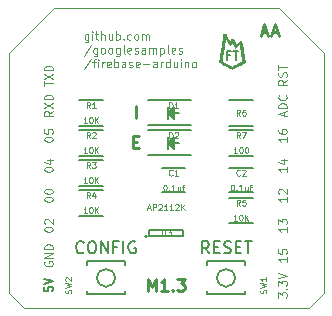
<source format=gbr>
G04 #@! TF.FileFunction,Legend,Top*
%FSLAX46Y46*%
G04 Gerber Fmt 4.6, Leading zero omitted, Abs format (unit mm)*
G04 Created by KiCad (PCBNEW (2016-07-11 BZR 6975, Git 98ad509)-product) date Sat Aug 13 17:34:52 2016*
%MOMM*%
%LPD*%
G01*
G04 APERTURE LIST*
%ADD10C,0.100000*%
%ADD11C,0.250000*%
%ADD12C,0.125000*%
%ADD13C,0.150000*%
%ADD14C,0.010000*%
G04 APERTURE END LIST*
D10*
D11*
X200501333Y-77636666D02*
X200977523Y-77636666D01*
X200406095Y-77922380D02*
X200739428Y-76922380D01*
X201072761Y-77922380D01*
X201358476Y-77636666D02*
X201834666Y-77636666D01*
X201263238Y-77922380D02*
X201596571Y-76922380D01*
X201929904Y-77922380D01*
D10*
X201930000Y-75565000D02*
X205740000Y-79375000D01*
X194310000Y-75565000D02*
X201930000Y-75565000D01*
X194310000Y-75565000D02*
X182880000Y-75565000D01*
X205740000Y-99695000D02*
X205740000Y-79375000D01*
X205740000Y-99695000D02*
X204470000Y-100965000D01*
X179070000Y-79375000D02*
X179070000Y-99695000D01*
X180340000Y-100965000D02*
X204470000Y-100965000D01*
X179070000Y-99695000D02*
X180340000Y-100965000D01*
X182880000Y-75565000D02*
X179070000Y-79375000D01*
D12*
X185840916Y-77796000D02*
X185840916Y-78362666D01*
X185807583Y-78429333D01*
X185774250Y-78462666D01*
X185707583Y-78496000D01*
X185607583Y-78496000D01*
X185540916Y-78462666D01*
X185840916Y-78229333D02*
X185774250Y-78262666D01*
X185640916Y-78262666D01*
X185574250Y-78229333D01*
X185540916Y-78196000D01*
X185507583Y-78129333D01*
X185507583Y-77929333D01*
X185540916Y-77862666D01*
X185574250Y-77829333D01*
X185640916Y-77796000D01*
X185774250Y-77796000D01*
X185840916Y-77829333D01*
X186174250Y-78262666D02*
X186174250Y-77796000D01*
X186174250Y-77562666D02*
X186140916Y-77596000D01*
X186174250Y-77629333D01*
X186207583Y-77596000D01*
X186174250Y-77562666D01*
X186174250Y-77629333D01*
X186407583Y-77796000D02*
X186674250Y-77796000D01*
X186507583Y-77562666D02*
X186507583Y-78162666D01*
X186540916Y-78229333D01*
X186607583Y-78262666D01*
X186674250Y-78262666D01*
X186907583Y-78262666D02*
X186907583Y-77562666D01*
X187207583Y-78262666D02*
X187207583Y-77896000D01*
X187174250Y-77829333D01*
X187107583Y-77796000D01*
X187007583Y-77796000D01*
X186940916Y-77829333D01*
X186907583Y-77862666D01*
X187840916Y-77796000D02*
X187840916Y-78262666D01*
X187540916Y-77796000D02*
X187540916Y-78162666D01*
X187574250Y-78229333D01*
X187640916Y-78262666D01*
X187740916Y-78262666D01*
X187807583Y-78229333D01*
X187840916Y-78196000D01*
X188174250Y-78262666D02*
X188174250Y-77562666D01*
X188174250Y-77829333D02*
X188240916Y-77796000D01*
X188374250Y-77796000D01*
X188440916Y-77829333D01*
X188474250Y-77862666D01*
X188507583Y-77929333D01*
X188507583Y-78129333D01*
X188474250Y-78196000D01*
X188440916Y-78229333D01*
X188374250Y-78262666D01*
X188240916Y-78262666D01*
X188174250Y-78229333D01*
X188807583Y-78196000D02*
X188840916Y-78229333D01*
X188807583Y-78262666D01*
X188774250Y-78229333D01*
X188807583Y-78196000D01*
X188807583Y-78262666D01*
X189440916Y-78229333D02*
X189374250Y-78262666D01*
X189240916Y-78262666D01*
X189174250Y-78229333D01*
X189140916Y-78196000D01*
X189107583Y-78129333D01*
X189107583Y-77929333D01*
X189140916Y-77862666D01*
X189174250Y-77829333D01*
X189240916Y-77796000D01*
X189374250Y-77796000D01*
X189440916Y-77829333D01*
X189840916Y-78262666D02*
X189774250Y-78229333D01*
X189740916Y-78196000D01*
X189707583Y-78129333D01*
X189707583Y-77929333D01*
X189740916Y-77862666D01*
X189774250Y-77829333D01*
X189840916Y-77796000D01*
X189940916Y-77796000D01*
X190007583Y-77829333D01*
X190040916Y-77862666D01*
X190074250Y-77929333D01*
X190074250Y-78129333D01*
X190040916Y-78196000D01*
X190007583Y-78229333D01*
X189940916Y-78262666D01*
X189840916Y-78262666D01*
X190374250Y-78262666D02*
X190374250Y-77796000D01*
X190374250Y-77862666D02*
X190407583Y-77829333D01*
X190474250Y-77796000D01*
X190574250Y-77796000D01*
X190640916Y-77829333D01*
X190674250Y-77896000D01*
X190674250Y-78262666D01*
X190674250Y-77896000D02*
X190707583Y-77829333D01*
X190774250Y-77796000D01*
X190874250Y-77796000D01*
X190940916Y-77829333D01*
X190974250Y-77896000D01*
X190974250Y-78262666D01*
X186040916Y-78704333D02*
X185440916Y-79604333D01*
X186574250Y-78971000D02*
X186574250Y-79537666D01*
X186540916Y-79604333D01*
X186507583Y-79637666D01*
X186440916Y-79671000D01*
X186340916Y-79671000D01*
X186274250Y-79637666D01*
X186574250Y-79404333D02*
X186507583Y-79437666D01*
X186374250Y-79437666D01*
X186307583Y-79404333D01*
X186274250Y-79371000D01*
X186240916Y-79304333D01*
X186240916Y-79104333D01*
X186274250Y-79037666D01*
X186307583Y-79004333D01*
X186374250Y-78971000D01*
X186507583Y-78971000D01*
X186574250Y-79004333D01*
X187007583Y-79437666D02*
X186940916Y-79404333D01*
X186907583Y-79371000D01*
X186874250Y-79304333D01*
X186874250Y-79104333D01*
X186907583Y-79037666D01*
X186940916Y-79004333D01*
X187007583Y-78971000D01*
X187107583Y-78971000D01*
X187174250Y-79004333D01*
X187207583Y-79037666D01*
X187240916Y-79104333D01*
X187240916Y-79304333D01*
X187207583Y-79371000D01*
X187174250Y-79404333D01*
X187107583Y-79437666D01*
X187007583Y-79437666D01*
X187640916Y-79437666D02*
X187574250Y-79404333D01*
X187540916Y-79371000D01*
X187507583Y-79304333D01*
X187507583Y-79104333D01*
X187540916Y-79037666D01*
X187574250Y-79004333D01*
X187640916Y-78971000D01*
X187740916Y-78971000D01*
X187807583Y-79004333D01*
X187840916Y-79037666D01*
X187874250Y-79104333D01*
X187874250Y-79304333D01*
X187840916Y-79371000D01*
X187807583Y-79404333D01*
X187740916Y-79437666D01*
X187640916Y-79437666D01*
X188474250Y-78971000D02*
X188474250Y-79537666D01*
X188440916Y-79604333D01*
X188407583Y-79637666D01*
X188340916Y-79671000D01*
X188240916Y-79671000D01*
X188174250Y-79637666D01*
X188474250Y-79404333D02*
X188407583Y-79437666D01*
X188274250Y-79437666D01*
X188207583Y-79404333D01*
X188174250Y-79371000D01*
X188140916Y-79304333D01*
X188140916Y-79104333D01*
X188174250Y-79037666D01*
X188207583Y-79004333D01*
X188274250Y-78971000D01*
X188407583Y-78971000D01*
X188474250Y-79004333D01*
X188907583Y-79437666D02*
X188840916Y-79404333D01*
X188807583Y-79337666D01*
X188807583Y-78737666D01*
X189440916Y-79404333D02*
X189374250Y-79437666D01*
X189240916Y-79437666D01*
X189174250Y-79404333D01*
X189140916Y-79337666D01*
X189140916Y-79071000D01*
X189174250Y-79004333D01*
X189240916Y-78971000D01*
X189374250Y-78971000D01*
X189440916Y-79004333D01*
X189474250Y-79071000D01*
X189474250Y-79137666D01*
X189140916Y-79204333D01*
X189740916Y-79404333D02*
X189807583Y-79437666D01*
X189940916Y-79437666D01*
X190007583Y-79404333D01*
X190040916Y-79337666D01*
X190040916Y-79304333D01*
X190007583Y-79237666D01*
X189940916Y-79204333D01*
X189840916Y-79204333D01*
X189774250Y-79171000D01*
X189740916Y-79104333D01*
X189740916Y-79071000D01*
X189774250Y-79004333D01*
X189840916Y-78971000D01*
X189940916Y-78971000D01*
X190007583Y-79004333D01*
X190640916Y-79437666D02*
X190640916Y-79071000D01*
X190607583Y-79004333D01*
X190540916Y-78971000D01*
X190407583Y-78971000D01*
X190340916Y-79004333D01*
X190640916Y-79404333D02*
X190574250Y-79437666D01*
X190407583Y-79437666D01*
X190340916Y-79404333D01*
X190307583Y-79337666D01*
X190307583Y-79271000D01*
X190340916Y-79204333D01*
X190407583Y-79171000D01*
X190574250Y-79171000D01*
X190640916Y-79137666D01*
X190974250Y-79437666D02*
X190974250Y-78971000D01*
X190974250Y-79037666D02*
X191007583Y-79004333D01*
X191074250Y-78971000D01*
X191174250Y-78971000D01*
X191240916Y-79004333D01*
X191274250Y-79071000D01*
X191274250Y-79437666D01*
X191274250Y-79071000D02*
X191307583Y-79004333D01*
X191374250Y-78971000D01*
X191474250Y-78971000D01*
X191540916Y-79004333D01*
X191574250Y-79071000D01*
X191574250Y-79437666D01*
X191907583Y-78971000D02*
X191907583Y-79671000D01*
X191907583Y-79004333D02*
X191974250Y-78971000D01*
X192107583Y-78971000D01*
X192174250Y-79004333D01*
X192207583Y-79037666D01*
X192240916Y-79104333D01*
X192240916Y-79304333D01*
X192207583Y-79371000D01*
X192174250Y-79404333D01*
X192107583Y-79437666D01*
X191974250Y-79437666D01*
X191907583Y-79404333D01*
X192640916Y-79437666D02*
X192574250Y-79404333D01*
X192540916Y-79337666D01*
X192540916Y-78737666D01*
X193174250Y-79404333D02*
X193107583Y-79437666D01*
X192974250Y-79437666D01*
X192907583Y-79404333D01*
X192874250Y-79337666D01*
X192874250Y-79071000D01*
X192907583Y-79004333D01*
X192974250Y-78971000D01*
X193107583Y-78971000D01*
X193174250Y-79004333D01*
X193207583Y-79071000D01*
X193207583Y-79137666D01*
X192874250Y-79204333D01*
X193474250Y-79404333D02*
X193540916Y-79437666D01*
X193674250Y-79437666D01*
X193740916Y-79404333D01*
X193774250Y-79337666D01*
X193774250Y-79304333D01*
X193740916Y-79237666D01*
X193674250Y-79204333D01*
X193574250Y-79204333D01*
X193507583Y-79171000D01*
X193474250Y-79104333D01*
X193474250Y-79071000D01*
X193507583Y-79004333D01*
X193574250Y-78971000D01*
X193674250Y-78971000D01*
X193740916Y-79004333D01*
X186040916Y-79879333D02*
X185440916Y-80779333D01*
X186174250Y-80146000D02*
X186440916Y-80146000D01*
X186274250Y-80612666D02*
X186274250Y-80012666D01*
X186307583Y-79946000D01*
X186374250Y-79912666D01*
X186440916Y-79912666D01*
X186674250Y-80612666D02*
X186674250Y-80146000D01*
X186674250Y-79912666D02*
X186640916Y-79946000D01*
X186674250Y-79979333D01*
X186707583Y-79946000D01*
X186674250Y-79912666D01*
X186674250Y-79979333D01*
X187007583Y-80612666D02*
X187007583Y-80146000D01*
X187007583Y-80279333D02*
X187040916Y-80212666D01*
X187074250Y-80179333D01*
X187140916Y-80146000D01*
X187207583Y-80146000D01*
X187707583Y-80579333D02*
X187640916Y-80612666D01*
X187507583Y-80612666D01*
X187440916Y-80579333D01*
X187407583Y-80512666D01*
X187407583Y-80246000D01*
X187440916Y-80179333D01*
X187507583Y-80146000D01*
X187640916Y-80146000D01*
X187707583Y-80179333D01*
X187740916Y-80246000D01*
X187740916Y-80312666D01*
X187407583Y-80379333D01*
X188040916Y-80612666D02*
X188040916Y-79912666D01*
X188040916Y-80179333D02*
X188107583Y-80146000D01*
X188240916Y-80146000D01*
X188307583Y-80179333D01*
X188340916Y-80212666D01*
X188374250Y-80279333D01*
X188374250Y-80479333D01*
X188340916Y-80546000D01*
X188307583Y-80579333D01*
X188240916Y-80612666D01*
X188107583Y-80612666D01*
X188040916Y-80579333D01*
X188974250Y-80612666D02*
X188974250Y-80246000D01*
X188940916Y-80179333D01*
X188874250Y-80146000D01*
X188740916Y-80146000D01*
X188674250Y-80179333D01*
X188974250Y-80579333D02*
X188907583Y-80612666D01*
X188740916Y-80612666D01*
X188674250Y-80579333D01*
X188640916Y-80512666D01*
X188640916Y-80446000D01*
X188674250Y-80379333D01*
X188740916Y-80346000D01*
X188907583Y-80346000D01*
X188974250Y-80312666D01*
X189274250Y-80579333D02*
X189340916Y-80612666D01*
X189474250Y-80612666D01*
X189540916Y-80579333D01*
X189574250Y-80512666D01*
X189574250Y-80479333D01*
X189540916Y-80412666D01*
X189474250Y-80379333D01*
X189374250Y-80379333D01*
X189307583Y-80346000D01*
X189274250Y-80279333D01*
X189274250Y-80246000D01*
X189307583Y-80179333D01*
X189374250Y-80146000D01*
X189474250Y-80146000D01*
X189540916Y-80179333D01*
X190140916Y-80579333D02*
X190074250Y-80612666D01*
X189940916Y-80612666D01*
X189874250Y-80579333D01*
X189840916Y-80512666D01*
X189840916Y-80246000D01*
X189874250Y-80179333D01*
X189940916Y-80146000D01*
X190074250Y-80146000D01*
X190140916Y-80179333D01*
X190174250Y-80246000D01*
X190174250Y-80312666D01*
X189840916Y-80379333D01*
X190474250Y-80346000D02*
X191007583Y-80346000D01*
X191640916Y-80612666D02*
X191640916Y-80246000D01*
X191607583Y-80179333D01*
X191540916Y-80146000D01*
X191407583Y-80146000D01*
X191340916Y-80179333D01*
X191640916Y-80579333D02*
X191574250Y-80612666D01*
X191407583Y-80612666D01*
X191340916Y-80579333D01*
X191307583Y-80512666D01*
X191307583Y-80446000D01*
X191340916Y-80379333D01*
X191407583Y-80346000D01*
X191574250Y-80346000D01*
X191640916Y-80312666D01*
X191974250Y-80612666D02*
X191974250Y-80146000D01*
X191974250Y-80279333D02*
X192007583Y-80212666D01*
X192040916Y-80179333D01*
X192107583Y-80146000D01*
X192174250Y-80146000D01*
X192707583Y-80612666D02*
X192707583Y-79912666D01*
X192707583Y-80579333D02*
X192640916Y-80612666D01*
X192507583Y-80612666D01*
X192440916Y-80579333D01*
X192407583Y-80546000D01*
X192374250Y-80479333D01*
X192374250Y-80279333D01*
X192407583Y-80212666D01*
X192440916Y-80179333D01*
X192507583Y-80146000D01*
X192640916Y-80146000D01*
X192707583Y-80179333D01*
X193340916Y-80146000D02*
X193340916Y-80612666D01*
X193040916Y-80146000D02*
X193040916Y-80512666D01*
X193074250Y-80579333D01*
X193140916Y-80612666D01*
X193240916Y-80612666D01*
X193307583Y-80579333D01*
X193340916Y-80546000D01*
X193674250Y-80612666D02*
X193674250Y-80146000D01*
X193674250Y-79912666D02*
X193640916Y-79946000D01*
X193674250Y-79979333D01*
X193707583Y-79946000D01*
X193674250Y-79912666D01*
X193674250Y-79979333D01*
X194007583Y-80146000D02*
X194007583Y-80612666D01*
X194007583Y-80212666D02*
X194040916Y-80179333D01*
X194107583Y-80146000D01*
X194207583Y-80146000D01*
X194274250Y-80179333D01*
X194307583Y-80246000D01*
X194307583Y-80612666D01*
X194740916Y-80612666D02*
X194674250Y-80579333D01*
X194640916Y-80546000D01*
X194607583Y-80479333D01*
X194607583Y-80279333D01*
X194640916Y-80212666D01*
X194674250Y-80179333D01*
X194740916Y-80146000D01*
X194840916Y-80146000D01*
X194907583Y-80179333D01*
X194940916Y-80212666D01*
X194974250Y-80279333D01*
X194974250Y-80479333D01*
X194940916Y-80546000D01*
X194907583Y-80579333D01*
X194840916Y-80612666D01*
X194740916Y-80612666D01*
D11*
X190881190Y-99512380D02*
X190881190Y-98512380D01*
X191214523Y-99226666D01*
X191547857Y-98512380D01*
X191547857Y-99512380D01*
X192547857Y-99512380D02*
X191976428Y-99512380D01*
X192262142Y-99512380D02*
X192262142Y-98512380D01*
X192166904Y-98655238D01*
X192071666Y-98750476D01*
X191976428Y-98798095D01*
X192976428Y-99417142D02*
X193024047Y-99464761D01*
X192976428Y-99512380D01*
X192928809Y-99464761D01*
X192976428Y-99417142D01*
X192976428Y-99512380D01*
X193357380Y-98512380D02*
X193976428Y-98512380D01*
X193643095Y-98893333D01*
X193785952Y-98893333D01*
X193881190Y-98940952D01*
X193928809Y-98988571D01*
X193976428Y-99083809D01*
X193976428Y-99321904D01*
X193928809Y-99417142D01*
X193881190Y-99464761D01*
X193785952Y-99512380D01*
X193500238Y-99512380D01*
X193405000Y-99464761D01*
X193357380Y-99417142D01*
D13*
X190890000Y-85505000D02*
X194490000Y-85505000D01*
X190890000Y-83405000D02*
X194490000Y-83405000D01*
X192940000Y-84155000D02*
X192940000Y-84755000D01*
X192940000Y-84755000D02*
X192640000Y-84455000D01*
X192640000Y-84455000D02*
X192840000Y-84255000D01*
X192840000Y-84255000D02*
X192840000Y-84505000D01*
X192840000Y-84505000D02*
X192790000Y-84455000D01*
X192540000Y-83955000D02*
X192540000Y-84955000D01*
X193040000Y-84455000D02*
X193540000Y-84455000D01*
X192540000Y-84455000D02*
X193040000Y-83955000D01*
X193040000Y-83955000D02*
X193040000Y-84955000D01*
X193040000Y-84955000D02*
X192540000Y-84455000D01*
X190890000Y-88045000D02*
X194490000Y-88045000D01*
X190890000Y-85945000D02*
X194490000Y-85945000D01*
X192940000Y-86695000D02*
X192940000Y-87295000D01*
X192940000Y-87295000D02*
X192640000Y-86995000D01*
X192640000Y-86995000D02*
X192840000Y-86795000D01*
X192840000Y-86795000D02*
X192840000Y-87045000D01*
X192840000Y-87045000D02*
X192790000Y-86995000D01*
X192540000Y-86495000D02*
X192540000Y-87495000D01*
X193040000Y-86995000D02*
X193540000Y-86995000D01*
X192540000Y-86995000D02*
X193040000Y-86495000D01*
X193040000Y-86495000D02*
X193040000Y-87495000D01*
X193040000Y-87495000D02*
X192540000Y-86995000D01*
X194040000Y-89145000D02*
X192040000Y-89145000D01*
X192040000Y-91195000D02*
X194040000Y-91195000D01*
X199755000Y-89145000D02*
X197755000Y-89145000D01*
X197755000Y-91195000D02*
X199755000Y-91195000D01*
X190805000Y-94915000D02*
G75*
G03X190805000Y-94915000I-100000J0D01*
G01*
X190955000Y-94365000D02*
X190955000Y-94865000D01*
X193855000Y-94365000D02*
X190955000Y-94365000D01*
X193855000Y-94865000D02*
X193855000Y-94365000D01*
X190955000Y-94865000D02*
X193855000Y-94865000D01*
X185055000Y-83380000D02*
X187055000Y-83380000D01*
X187055000Y-85530000D02*
X185055000Y-85530000D01*
X187055000Y-88070000D02*
X185055000Y-88070000D01*
X185055000Y-85920000D02*
X187055000Y-85920000D01*
X187055000Y-90610000D02*
X185055000Y-90610000D01*
X185055000Y-88460000D02*
X187055000Y-88460000D01*
X187055000Y-93150000D02*
X185055000Y-93150000D01*
X185055000Y-91000000D02*
X187055000Y-91000000D01*
X199755000Y-93785000D02*
X197755000Y-93785000D01*
X197755000Y-91635000D02*
X199755000Y-91635000D01*
X199755000Y-85530000D02*
X197755000Y-85530000D01*
X197755000Y-83380000D02*
X199755000Y-83380000D01*
X199755000Y-88070000D02*
X197755000Y-88070000D01*
X197755000Y-85920000D02*
X199755000Y-85920000D01*
D14*
G36*
X197418396Y-77771485D02*
X197434967Y-77779551D01*
X197442999Y-77811100D01*
X197475379Y-77882137D01*
X197521474Y-77970528D01*
X197592527Y-78103203D01*
X197667444Y-78247326D01*
X197706100Y-78323790D01*
X197792594Y-78497700D01*
X197830336Y-78383341D01*
X197872419Y-78290876D01*
X197924664Y-78218049D01*
X197929942Y-78212995D01*
X197975951Y-78182618D01*
X198019056Y-78185556D01*
X198065889Y-78228059D01*
X198123080Y-78316373D01*
X198197262Y-78456748D01*
X198205009Y-78472171D01*
X198323508Y-78708735D01*
X198505790Y-78528355D01*
X198609531Y-78433591D01*
X198688537Y-78377673D01*
X198734407Y-78365754D01*
X198755025Y-78401130D01*
X198782995Y-78486262D01*
X198815479Y-78608066D01*
X198849636Y-78753461D01*
X198882625Y-78909365D01*
X198911606Y-79062694D01*
X198933740Y-79200367D01*
X198946185Y-79309301D01*
X198947887Y-79349075D01*
X198954194Y-79415594D01*
X198971129Y-79525953D01*
X198995715Y-79661807D01*
X199011547Y-79741359D01*
X199045243Y-79908556D01*
X199064613Y-80025125D01*
X199068317Y-80102755D01*
X199055015Y-80153139D01*
X199023369Y-80187966D01*
X198972038Y-80218929D01*
X198955845Y-80227503D01*
X198817740Y-80301556D01*
X198636429Y-80400812D01*
X198423879Y-80518716D01*
X198406785Y-80528255D01*
X198262250Y-80607953D01*
X198160244Y-80660853D01*
X198088333Y-80692272D01*
X198034081Y-80707528D01*
X197985053Y-80711938D01*
X197977085Y-80711992D01*
X197886669Y-80695003D01*
X197786844Y-80653247D01*
X197770193Y-80643621D01*
X197666856Y-80582349D01*
X197553167Y-80517795D01*
X197531471Y-80505863D01*
X197417052Y-80442500D01*
X197297510Y-80374955D01*
X197276835Y-80363093D01*
X197165566Y-80300501D01*
X197051609Y-80238542D01*
X197030156Y-80227205D01*
X196956128Y-80180558D01*
X196913915Y-80138787D01*
X196910208Y-80128057D01*
X196914935Y-80083896D01*
X196915779Y-80077971D01*
X197115541Y-80077971D01*
X197121678Y-80099223D01*
X197158105Y-80118156D01*
X197238724Y-80162888D01*
X197352651Y-80227298D01*
X197489001Y-80305265D01*
X197531471Y-80329703D01*
X197675022Y-80410262D01*
X197802560Y-80477832D01*
X197902250Y-80526431D01*
X197962255Y-80550076D01*
X197970106Y-80551406D01*
X198017008Y-80537381D01*
X198108136Y-80497697D01*
X198232134Y-80437728D01*
X198377645Y-80362849D01*
X198447550Y-80325486D01*
X198594640Y-80245854D01*
X198720352Y-80177619D01*
X198814773Y-80126176D01*
X198867991Y-80096917D01*
X198876035Y-80092305D01*
X198874051Y-80060701D01*
X198862778Y-79979299D01*
X198844126Y-79860964D01*
X198823550Y-79738942D01*
X198790679Y-79545919D01*
X198754168Y-79326555D01*
X198720079Y-79117421D01*
X198707890Y-79041108D01*
X198683380Y-78895330D01*
X198659760Y-78770514D01*
X198640013Y-78681566D01*
X198628817Y-78645879D01*
X198604699Y-78632634D01*
X198558129Y-78655414D01*
X198481176Y-78718996D01*
X198432500Y-78764103D01*
X198259805Y-78927431D01*
X198140076Y-78705761D01*
X198079115Y-78601559D01*
X198024630Y-78523663D01*
X197986439Y-78485731D01*
X197980739Y-78484090D01*
X197942822Y-78510265D01*
X197898354Y-78575188D01*
X197888007Y-78595494D01*
X197848380Y-78666614D01*
X197816102Y-78704547D01*
X197810495Y-78706507D01*
X197786217Y-78680002D01*
X197740489Y-78608934D01*
X197680797Y-78505447D01*
X197638822Y-78427998D01*
X197554211Y-78276615D01*
X197489666Y-78182912D01*
X197441963Y-78145327D01*
X197407876Y-78162296D01*
X197384181Y-78232253D01*
X197373568Y-78299357D01*
X197360854Y-78392086D01*
X197340399Y-78531135D01*
X197314691Y-78699994D01*
X197286221Y-78882151D01*
X197276124Y-78945619D01*
X197243693Y-79148591D01*
X197209414Y-79363310D01*
X197177052Y-79566186D01*
X197150370Y-79733634D01*
X197146817Y-79755951D01*
X197127574Y-79893225D01*
X197116821Y-80005035D01*
X197115541Y-80077971D01*
X196915779Y-80077971D01*
X196928240Y-79990597D01*
X196948089Y-79861790D01*
X196972446Y-79711106D01*
X196972707Y-79709529D01*
X197001247Y-79534377D01*
X197035527Y-79320379D01*
X197071718Y-79091628D01*
X197105993Y-78872215D01*
X197114329Y-78818301D01*
X197144519Y-78622754D01*
X197174642Y-78428026D01*
X197201891Y-78252249D01*
X197223454Y-78113556D01*
X197230206Y-78070306D01*
X197248445Y-77951324D01*
X197262341Y-77856206D01*
X197269260Y-77803058D01*
X197269538Y-77799755D01*
X197298578Y-77776611D01*
X197359061Y-77767925D01*
X197418396Y-77771485D01*
X197418396Y-77771485D01*
G37*
X197418396Y-77771485D02*
X197434967Y-77779551D01*
X197442999Y-77811100D01*
X197475379Y-77882137D01*
X197521474Y-77970528D01*
X197592527Y-78103203D01*
X197667444Y-78247326D01*
X197706100Y-78323790D01*
X197792594Y-78497700D01*
X197830336Y-78383341D01*
X197872419Y-78290876D01*
X197924664Y-78218049D01*
X197929942Y-78212995D01*
X197975951Y-78182618D01*
X198019056Y-78185556D01*
X198065889Y-78228059D01*
X198123080Y-78316373D01*
X198197262Y-78456748D01*
X198205009Y-78472171D01*
X198323508Y-78708735D01*
X198505790Y-78528355D01*
X198609531Y-78433591D01*
X198688537Y-78377673D01*
X198734407Y-78365754D01*
X198755025Y-78401130D01*
X198782995Y-78486262D01*
X198815479Y-78608066D01*
X198849636Y-78753461D01*
X198882625Y-78909365D01*
X198911606Y-79062694D01*
X198933740Y-79200367D01*
X198946185Y-79309301D01*
X198947887Y-79349075D01*
X198954194Y-79415594D01*
X198971129Y-79525953D01*
X198995715Y-79661807D01*
X199011547Y-79741359D01*
X199045243Y-79908556D01*
X199064613Y-80025125D01*
X199068317Y-80102755D01*
X199055015Y-80153139D01*
X199023369Y-80187966D01*
X198972038Y-80218929D01*
X198955845Y-80227503D01*
X198817740Y-80301556D01*
X198636429Y-80400812D01*
X198423879Y-80518716D01*
X198406785Y-80528255D01*
X198262250Y-80607953D01*
X198160244Y-80660853D01*
X198088333Y-80692272D01*
X198034081Y-80707528D01*
X197985053Y-80711938D01*
X197977085Y-80711992D01*
X197886669Y-80695003D01*
X197786844Y-80653247D01*
X197770193Y-80643621D01*
X197666856Y-80582349D01*
X197553167Y-80517795D01*
X197531471Y-80505863D01*
X197417052Y-80442500D01*
X197297510Y-80374955D01*
X197276835Y-80363093D01*
X197165566Y-80300501D01*
X197051609Y-80238542D01*
X197030156Y-80227205D01*
X196956128Y-80180558D01*
X196913915Y-80138787D01*
X196910208Y-80128057D01*
X196914935Y-80083896D01*
X196915779Y-80077971D01*
X197115541Y-80077971D01*
X197121678Y-80099223D01*
X197158105Y-80118156D01*
X197238724Y-80162888D01*
X197352651Y-80227298D01*
X197489001Y-80305265D01*
X197531471Y-80329703D01*
X197675022Y-80410262D01*
X197802560Y-80477832D01*
X197902250Y-80526431D01*
X197962255Y-80550076D01*
X197970106Y-80551406D01*
X198017008Y-80537381D01*
X198108136Y-80497697D01*
X198232134Y-80437728D01*
X198377645Y-80362849D01*
X198447550Y-80325486D01*
X198594640Y-80245854D01*
X198720352Y-80177619D01*
X198814773Y-80126176D01*
X198867991Y-80096917D01*
X198876035Y-80092305D01*
X198874051Y-80060701D01*
X198862778Y-79979299D01*
X198844126Y-79860964D01*
X198823550Y-79738942D01*
X198790679Y-79545919D01*
X198754168Y-79326555D01*
X198720079Y-79117421D01*
X198707890Y-79041108D01*
X198683380Y-78895330D01*
X198659760Y-78770514D01*
X198640013Y-78681566D01*
X198628817Y-78645879D01*
X198604699Y-78632634D01*
X198558129Y-78655414D01*
X198481176Y-78718996D01*
X198432500Y-78764103D01*
X198259805Y-78927431D01*
X198140076Y-78705761D01*
X198079115Y-78601559D01*
X198024630Y-78523663D01*
X197986439Y-78485731D01*
X197980739Y-78484090D01*
X197942822Y-78510265D01*
X197898354Y-78575188D01*
X197888007Y-78595494D01*
X197848380Y-78666614D01*
X197816102Y-78704547D01*
X197810495Y-78706507D01*
X197786217Y-78680002D01*
X197740489Y-78608934D01*
X197680797Y-78505447D01*
X197638822Y-78427998D01*
X197554211Y-78276615D01*
X197489666Y-78182912D01*
X197441963Y-78145327D01*
X197407876Y-78162296D01*
X197384181Y-78232253D01*
X197373568Y-78299357D01*
X197360854Y-78392086D01*
X197340399Y-78531135D01*
X197314691Y-78699994D01*
X197286221Y-78882151D01*
X197276124Y-78945619D01*
X197243693Y-79148591D01*
X197209414Y-79363310D01*
X197177052Y-79566186D01*
X197150370Y-79733634D01*
X197146817Y-79755951D01*
X197127574Y-79893225D01*
X197116821Y-80005035D01*
X197115541Y-80077971D01*
X196915779Y-80077971D01*
X196928240Y-79990597D01*
X196948089Y-79861790D01*
X196972446Y-79711106D01*
X196972707Y-79709529D01*
X197001247Y-79534377D01*
X197035527Y-79320379D01*
X197071718Y-79091628D01*
X197105993Y-78872215D01*
X197114329Y-78818301D01*
X197144519Y-78622754D01*
X197174642Y-78428026D01*
X197201891Y-78252249D01*
X197223454Y-78113556D01*
X197230206Y-78070306D01*
X197248445Y-77951324D01*
X197262341Y-77856206D01*
X197269260Y-77803058D01*
X197269538Y-77799755D01*
X197298578Y-77776611D01*
X197359061Y-77767925D01*
X197418396Y-77771485D01*
D13*
X198235000Y-98425000D02*
G75*
G03X198235000Y-98425000I-750000J0D01*
G01*
X199135000Y-97325000D02*
X199135000Y-97025000D01*
X199135000Y-97025000D02*
X195835000Y-97025000D01*
X195835000Y-97025000D02*
X195835000Y-97325000D01*
X199135000Y-99525000D02*
X199135000Y-99825000D01*
X199135000Y-99825000D02*
X195835000Y-99825000D01*
X195835000Y-99825000D02*
X195835000Y-99525000D01*
X188075000Y-98425000D02*
G75*
G03X188075000Y-98425000I-750000J0D01*
G01*
X185675000Y-99525000D02*
X185675000Y-99825000D01*
X185675000Y-99825000D02*
X188975000Y-99825000D01*
X188975000Y-99825000D02*
X188975000Y-99525000D01*
X185675000Y-97325000D02*
X185675000Y-97025000D01*
X185675000Y-97025000D02*
X188975000Y-97025000D01*
X188975000Y-97025000D02*
X188975000Y-97325000D01*
X182115666Y-99193333D02*
X182115666Y-99526666D01*
X182449000Y-99560000D01*
X182415666Y-99526666D01*
X182382333Y-99460000D01*
X182382333Y-99293333D01*
X182415666Y-99226666D01*
X182449000Y-99193333D01*
X182515666Y-99160000D01*
X182682333Y-99160000D01*
X182749000Y-99193333D01*
X182782333Y-99226666D01*
X182815666Y-99293333D01*
X182815666Y-99460000D01*
X182782333Y-99526666D01*
X182749000Y-99560000D01*
X182115666Y-98960000D02*
X182815666Y-98726666D01*
X182115666Y-98493333D01*
D12*
X202627666Y-89033333D02*
X202627666Y-89433333D01*
X202627666Y-89233333D02*
X201927666Y-89233333D01*
X202027666Y-89300000D01*
X202094333Y-89366666D01*
X202127666Y-89433333D01*
X202161000Y-88433333D02*
X202627666Y-88433333D01*
X201894333Y-88600000D02*
X202394333Y-88766666D01*
X202394333Y-88333333D01*
X202627666Y-91573333D02*
X202627666Y-91973333D01*
X202627666Y-91773333D02*
X201927666Y-91773333D01*
X202027666Y-91840000D01*
X202094333Y-91906666D01*
X202127666Y-91973333D01*
X201994333Y-91306666D02*
X201961000Y-91273333D01*
X201927666Y-91206666D01*
X201927666Y-91040000D01*
X201961000Y-90973333D01*
X201994333Y-90940000D01*
X202061000Y-90906666D01*
X202127666Y-90906666D01*
X202227666Y-90940000D01*
X202627666Y-91340000D01*
X202627666Y-90906666D01*
X202627666Y-94113333D02*
X202627666Y-94513333D01*
X202627666Y-94313333D02*
X201927666Y-94313333D01*
X202027666Y-94380000D01*
X202094333Y-94446666D01*
X202127666Y-94513333D01*
X201927666Y-93880000D02*
X201927666Y-93446666D01*
X202194333Y-93680000D01*
X202194333Y-93580000D01*
X202227666Y-93513333D01*
X202261000Y-93480000D01*
X202327666Y-93446666D01*
X202494333Y-93446666D01*
X202561000Y-93480000D01*
X202594333Y-93513333D01*
X202627666Y-93580000D01*
X202627666Y-93780000D01*
X202594333Y-93846666D01*
X202561000Y-93880000D01*
X202627666Y-96653333D02*
X202627666Y-97053333D01*
X202627666Y-96853333D02*
X201927666Y-96853333D01*
X202027666Y-96920000D01*
X202094333Y-96986666D01*
X202127666Y-97053333D01*
X201927666Y-96020000D02*
X201927666Y-96353333D01*
X202261000Y-96386666D01*
X202227666Y-96353333D01*
X202194333Y-96286666D01*
X202194333Y-96120000D01*
X202227666Y-96053333D01*
X202261000Y-96020000D01*
X202327666Y-95986666D01*
X202494333Y-95986666D01*
X202561000Y-96020000D01*
X202594333Y-96053333D01*
X202627666Y-96120000D01*
X202627666Y-96286666D01*
X202594333Y-96353333D01*
X202561000Y-96386666D01*
X182115666Y-86726666D02*
X182115666Y-86660000D01*
X182149000Y-86593333D01*
X182182333Y-86560000D01*
X182249000Y-86526666D01*
X182382333Y-86493333D01*
X182549000Y-86493333D01*
X182682333Y-86526666D01*
X182749000Y-86560000D01*
X182782333Y-86593333D01*
X182815666Y-86660000D01*
X182815666Y-86726666D01*
X182782333Y-86793333D01*
X182749000Y-86826666D01*
X182682333Y-86860000D01*
X182549000Y-86893333D01*
X182382333Y-86893333D01*
X182249000Y-86860000D01*
X182182333Y-86826666D01*
X182149000Y-86793333D01*
X182115666Y-86726666D01*
X182115666Y-85860000D02*
X182115666Y-86193333D01*
X182449000Y-86226666D01*
X182415666Y-86193333D01*
X182382333Y-86126666D01*
X182382333Y-85960000D01*
X182415666Y-85893333D01*
X182449000Y-85860000D01*
X182515666Y-85826666D01*
X182682333Y-85826666D01*
X182749000Y-85860000D01*
X182782333Y-85893333D01*
X182815666Y-85960000D01*
X182815666Y-86126666D01*
X182782333Y-86193333D01*
X182749000Y-86226666D01*
X182115666Y-89266666D02*
X182115666Y-89200000D01*
X182149000Y-89133333D01*
X182182333Y-89100000D01*
X182249000Y-89066666D01*
X182382333Y-89033333D01*
X182549000Y-89033333D01*
X182682333Y-89066666D01*
X182749000Y-89100000D01*
X182782333Y-89133333D01*
X182815666Y-89200000D01*
X182815666Y-89266666D01*
X182782333Y-89333333D01*
X182749000Y-89366666D01*
X182682333Y-89400000D01*
X182549000Y-89433333D01*
X182382333Y-89433333D01*
X182249000Y-89400000D01*
X182182333Y-89366666D01*
X182149000Y-89333333D01*
X182115666Y-89266666D01*
X182349000Y-88433333D02*
X182815666Y-88433333D01*
X182082333Y-88600000D02*
X182582333Y-88766666D01*
X182582333Y-88333333D01*
X182115666Y-91806666D02*
X182115666Y-91740000D01*
X182149000Y-91673333D01*
X182182333Y-91640000D01*
X182249000Y-91606666D01*
X182382333Y-91573333D01*
X182549000Y-91573333D01*
X182682333Y-91606666D01*
X182749000Y-91640000D01*
X182782333Y-91673333D01*
X182815666Y-91740000D01*
X182815666Y-91806666D01*
X182782333Y-91873333D01*
X182749000Y-91906666D01*
X182682333Y-91940000D01*
X182549000Y-91973333D01*
X182382333Y-91973333D01*
X182249000Y-91940000D01*
X182182333Y-91906666D01*
X182149000Y-91873333D01*
X182115666Y-91806666D01*
X182115666Y-91140000D02*
X182115666Y-91073333D01*
X182149000Y-91006666D01*
X182182333Y-90973333D01*
X182249000Y-90940000D01*
X182382333Y-90906666D01*
X182549000Y-90906666D01*
X182682333Y-90940000D01*
X182749000Y-90973333D01*
X182782333Y-91006666D01*
X182815666Y-91073333D01*
X182815666Y-91140000D01*
X182782333Y-91206666D01*
X182749000Y-91240000D01*
X182682333Y-91273333D01*
X182549000Y-91306666D01*
X182382333Y-91306666D01*
X182249000Y-91273333D01*
X182182333Y-91240000D01*
X182149000Y-91206666D01*
X182115666Y-91140000D01*
X201927666Y-100093333D02*
X201927666Y-99660000D01*
X202194333Y-99893333D01*
X202194333Y-99793333D01*
X202227666Y-99726666D01*
X202261000Y-99693333D01*
X202327666Y-99660000D01*
X202494333Y-99660000D01*
X202561000Y-99693333D01*
X202594333Y-99726666D01*
X202627666Y-99793333D01*
X202627666Y-99993333D01*
X202594333Y-100060000D01*
X202561000Y-100093333D01*
X202561000Y-99360000D02*
X202594333Y-99326666D01*
X202627666Y-99360000D01*
X202594333Y-99393333D01*
X202561000Y-99360000D01*
X202627666Y-99360000D01*
X201927666Y-99093333D02*
X201927666Y-98660000D01*
X202194333Y-98893333D01*
X202194333Y-98793333D01*
X202227666Y-98726666D01*
X202261000Y-98693333D01*
X202327666Y-98660000D01*
X202494333Y-98660000D01*
X202561000Y-98693333D01*
X202594333Y-98726666D01*
X202627666Y-98793333D01*
X202627666Y-98993333D01*
X202594333Y-99060000D01*
X202561000Y-99093333D01*
X201927666Y-98460000D02*
X202627666Y-98226666D01*
X201927666Y-97993333D01*
X202627666Y-86493333D02*
X202627666Y-86893333D01*
X202627666Y-86693333D02*
X201927666Y-86693333D01*
X202027666Y-86760000D01*
X202094333Y-86826666D01*
X202127666Y-86893333D01*
X201927666Y-85893333D02*
X201927666Y-86026666D01*
X201961000Y-86093333D01*
X201994333Y-86126666D01*
X202094333Y-86193333D01*
X202227666Y-86226666D01*
X202494333Y-86226666D01*
X202561000Y-86193333D01*
X202594333Y-86160000D01*
X202627666Y-86093333D01*
X202627666Y-85960000D01*
X202594333Y-85893333D01*
X202561000Y-85860000D01*
X202494333Y-85826666D01*
X202327666Y-85826666D01*
X202261000Y-85860000D01*
X202227666Y-85893333D01*
X202194333Y-85960000D01*
X202194333Y-86093333D01*
X202227666Y-86160000D01*
X202261000Y-86193333D01*
X202327666Y-86226666D01*
X202427666Y-84686666D02*
X202427666Y-84353333D01*
X202627666Y-84753333D02*
X201927666Y-84520000D01*
X202627666Y-84286666D01*
X202627666Y-84053333D02*
X201927666Y-84053333D01*
X201927666Y-83886666D01*
X201961000Y-83786666D01*
X202027666Y-83720000D01*
X202094333Y-83686666D01*
X202227666Y-83653333D01*
X202327666Y-83653333D01*
X202461000Y-83686666D01*
X202527666Y-83720000D01*
X202594333Y-83786666D01*
X202627666Y-83886666D01*
X202627666Y-84053333D01*
X202561000Y-82953333D02*
X202594333Y-82986666D01*
X202627666Y-83086666D01*
X202627666Y-83153333D01*
X202594333Y-83253333D01*
X202527666Y-83320000D01*
X202461000Y-83353333D01*
X202327666Y-83386666D01*
X202227666Y-83386666D01*
X202094333Y-83353333D01*
X202027666Y-83320000D01*
X201961000Y-83253333D01*
X201927666Y-83153333D01*
X201927666Y-83086666D01*
X201961000Y-82986666D01*
X201994333Y-82953333D01*
X202627666Y-81663333D02*
X202294333Y-81896666D01*
X202627666Y-82063333D02*
X201927666Y-82063333D01*
X201927666Y-81796666D01*
X201961000Y-81730000D01*
X201994333Y-81696666D01*
X202061000Y-81663333D01*
X202161000Y-81663333D01*
X202227666Y-81696666D01*
X202261000Y-81730000D01*
X202294333Y-81796666D01*
X202294333Y-82063333D01*
X202594333Y-81396666D02*
X202627666Y-81296666D01*
X202627666Y-81130000D01*
X202594333Y-81063333D01*
X202561000Y-81030000D01*
X202494333Y-80996666D01*
X202427666Y-80996666D01*
X202361000Y-81030000D01*
X202327666Y-81063333D01*
X202294333Y-81130000D01*
X202261000Y-81263333D01*
X202227666Y-81330000D01*
X202194333Y-81363333D01*
X202127666Y-81396666D01*
X202061000Y-81396666D01*
X201994333Y-81363333D01*
X201961000Y-81330000D01*
X201927666Y-81263333D01*
X201927666Y-81096666D01*
X201961000Y-80996666D01*
X201927666Y-80796666D02*
X201927666Y-80396666D01*
X202627666Y-80596666D02*
X201927666Y-80596666D01*
X182149000Y-97053333D02*
X182115666Y-97120000D01*
X182115666Y-97220000D01*
X182149000Y-97320000D01*
X182215666Y-97386666D01*
X182282333Y-97420000D01*
X182415666Y-97453333D01*
X182515666Y-97453333D01*
X182649000Y-97420000D01*
X182715666Y-97386666D01*
X182782333Y-97320000D01*
X182815666Y-97220000D01*
X182815666Y-97153333D01*
X182782333Y-97053333D01*
X182749000Y-97020000D01*
X182515666Y-97020000D01*
X182515666Y-97153333D01*
X182815666Y-96720000D02*
X182115666Y-96720000D01*
X182815666Y-96320000D01*
X182115666Y-96320000D01*
X182815666Y-95986666D02*
X182115666Y-95986666D01*
X182115666Y-95820000D01*
X182149000Y-95720000D01*
X182215666Y-95653333D01*
X182282333Y-95620000D01*
X182415666Y-95586666D01*
X182515666Y-95586666D01*
X182649000Y-95620000D01*
X182715666Y-95653333D01*
X182782333Y-95720000D01*
X182815666Y-95820000D01*
X182815666Y-95986666D01*
X182115666Y-94346666D02*
X182115666Y-94280000D01*
X182149000Y-94213333D01*
X182182333Y-94180000D01*
X182249000Y-94146666D01*
X182382333Y-94113333D01*
X182549000Y-94113333D01*
X182682333Y-94146666D01*
X182749000Y-94180000D01*
X182782333Y-94213333D01*
X182815666Y-94280000D01*
X182815666Y-94346666D01*
X182782333Y-94413333D01*
X182749000Y-94446666D01*
X182682333Y-94480000D01*
X182549000Y-94513333D01*
X182382333Y-94513333D01*
X182249000Y-94480000D01*
X182182333Y-94446666D01*
X182149000Y-94413333D01*
X182115666Y-94346666D01*
X182182333Y-93846666D02*
X182149000Y-93813333D01*
X182115666Y-93746666D01*
X182115666Y-93580000D01*
X182149000Y-93513333D01*
X182182333Y-93480000D01*
X182249000Y-93446666D01*
X182315666Y-93446666D01*
X182415666Y-93480000D01*
X182815666Y-93880000D01*
X182815666Y-93446666D01*
X182815666Y-84286666D02*
X182482333Y-84520000D01*
X182815666Y-84686666D02*
X182115666Y-84686666D01*
X182115666Y-84420000D01*
X182149000Y-84353333D01*
X182182333Y-84320000D01*
X182249000Y-84286666D01*
X182349000Y-84286666D01*
X182415666Y-84320000D01*
X182449000Y-84353333D01*
X182482333Y-84420000D01*
X182482333Y-84686666D01*
X182115666Y-84053333D02*
X182815666Y-83586666D01*
X182115666Y-83586666D02*
X182815666Y-84053333D01*
X182815666Y-83320000D02*
X182115666Y-83320000D01*
X182115666Y-83153333D01*
X182149000Y-83053333D01*
X182215666Y-82986666D01*
X182282333Y-82953333D01*
X182415666Y-82920000D01*
X182515666Y-82920000D01*
X182649000Y-82953333D01*
X182715666Y-82986666D01*
X182782333Y-83053333D01*
X182815666Y-83153333D01*
X182815666Y-83320000D01*
X182115666Y-82163333D02*
X182115666Y-81763333D01*
X182815666Y-81963333D02*
X182115666Y-81963333D01*
X182115666Y-81596666D02*
X182815666Y-81130000D01*
X182115666Y-81130000D02*
X182815666Y-81596666D01*
X182815666Y-80863333D02*
X182115666Y-80863333D01*
X182115666Y-80696666D01*
X182149000Y-80596666D01*
X182215666Y-80530000D01*
X182282333Y-80496666D01*
X182415666Y-80463333D01*
X182515666Y-80463333D01*
X182649000Y-80496666D01*
X182715666Y-80530000D01*
X182782333Y-80596666D01*
X182815666Y-80696666D01*
X182815666Y-80863333D01*
X192670952Y-84046190D02*
X192670952Y-83546190D01*
X192790000Y-83546190D01*
X192861428Y-83570000D01*
X192909047Y-83617619D01*
X192932857Y-83665238D01*
X192956666Y-83760476D01*
X192956666Y-83831904D01*
X192932857Y-83927142D01*
X192909047Y-83974761D01*
X192861428Y-84022380D01*
X192790000Y-84046190D01*
X192670952Y-84046190D01*
X193432857Y-84046190D02*
X193147142Y-84046190D01*
X193290000Y-84046190D02*
X193290000Y-83546190D01*
X193242380Y-83617619D01*
X193194761Y-83665238D01*
X193147142Y-83689047D01*
D11*
X189865000Y-84907380D02*
X189865000Y-83907380D01*
D12*
X192670952Y-86586190D02*
X192670952Y-86086190D01*
X192790000Y-86086190D01*
X192861428Y-86110000D01*
X192909047Y-86157619D01*
X192932857Y-86205238D01*
X192956666Y-86300476D01*
X192956666Y-86371904D01*
X192932857Y-86467142D01*
X192909047Y-86514761D01*
X192861428Y-86562380D01*
X192790000Y-86586190D01*
X192670952Y-86586190D01*
X193147142Y-86133809D02*
X193170952Y-86110000D01*
X193218571Y-86086190D01*
X193337619Y-86086190D01*
X193385238Y-86110000D01*
X193409047Y-86133809D01*
X193432857Y-86181428D01*
X193432857Y-86229047D01*
X193409047Y-86300476D01*
X193123333Y-86586190D01*
X193432857Y-86586190D01*
D11*
X189650714Y-86923571D02*
X189984047Y-86923571D01*
X190126904Y-87447380D02*
X189650714Y-87447380D01*
X189650714Y-86447380D01*
X190126904Y-86447380D01*
D12*
X192956666Y-89713571D02*
X192932857Y-89737380D01*
X192861428Y-89761190D01*
X192813809Y-89761190D01*
X192742380Y-89737380D01*
X192694761Y-89689761D01*
X192670952Y-89642142D01*
X192647142Y-89546904D01*
X192647142Y-89475476D01*
X192670952Y-89380238D01*
X192694761Y-89332619D01*
X192742380Y-89285000D01*
X192813809Y-89261190D01*
X192861428Y-89261190D01*
X192932857Y-89285000D01*
X192956666Y-89308809D01*
X193432857Y-89761190D02*
X193147142Y-89761190D01*
X193290000Y-89761190D02*
X193290000Y-89261190D01*
X193242380Y-89332619D01*
X193194761Y-89380238D01*
X193147142Y-89404047D01*
X192290000Y-90531190D02*
X192337619Y-90531190D01*
X192385238Y-90555000D01*
X192409047Y-90578809D01*
X192432857Y-90626428D01*
X192456666Y-90721666D01*
X192456666Y-90840714D01*
X192432857Y-90935952D01*
X192409047Y-90983571D01*
X192385238Y-91007380D01*
X192337619Y-91031190D01*
X192290000Y-91031190D01*
X192242380Y-91007380D01*
X192218571Y-90983571D01*
X192194761Y-90935952D01*
X192170952Y-90840714D01*
X192170952Y-90721666D01*
X192194761Y-90626428D01*
X192218571Y-90578809D01*
X192242380Y-90555000D01*
X192290000Y-90531190D01*
X192670952Y-90983571D02*
X192694761Y-91007380D01*
X192670952Y-91031190D01*
X192647142Y-91007380D01*
X192670952Y-90983571D01*
X192670952Y-91031190D01*
X193170952Y-91031190D02*
X192885238Y-91031190D01*
X193028095Y-91031190D02*
X193028095Y-90531190D01*
X192980476Y-90602619D01*
X192932857Y-90650238D01*
X192885238Y-90674047D01*
X193599523Y-90697857D02*
X193599523Y-91031190D01*
X193385238Y-90697857D02*
X193385238Y-90959761D01*
X193409047Y-91007380D01*
X193456666Y-91031190D01*
X193528095Y-91031190D01*
X193575714Y-91007380D01*
X193599523Y-90983571D01*
X193766190Y-90697857D02*
X193956666Y-90697857D01*
X193837619Y-91031190D02*
X193837619Y-90602619D01*
X193861428Y-90555000D01*
X193909047Y-90531190D01*
X193956666Y-90531190D01*
X198671666Y-89713571D02*
X198647857Y-89737380D01*
X198576428Y-89761190D01*
X198528809Y-89761190D01*
X198457380Y-89737380D01*
X198409761Y-89689761D01*
X198385952Y-89642142D01*
X198362142Y-89546904D01*
X198362142Y-89475476D01*
X198385952Y-89380238D01*
X198409761Y-89332619D01*
X198457380Y-89285000D01*
X198528809Y-89261190D01*
X198576428Y-89261190D01*
X198647857Y-89285000D01*
X198671666Y-89308809D01*
X198862142Y-89308809D02*
X198885952Y-89285000D01*
X198933571Y-89261190D01*
X199052619Y-89261190D01*
X199100238Y-89285000D01*
X199124047Y-89308809D01*
X199147857Y-89356428D01*
X199147857Y-89404047D01*
X199124047Y-89475476D01*
X198838333Y-89761190D01*
X199147857Y-89761190D01*
X198005000Y-90531190D02*
X198052619Y-90531190D01*
X198100238Y-90555000D01*
X198124047Y-90578809D01*
X198147857Y-90626428D01*
X198171666Y-90721666D01*
X198171666Y-90840714D01*
X198147857Y-90935952D01*
X198124047Y-90983571D01*
X198100238Y-91007380D01*
X198052619Y-91031190D01*
X198005000Y-91031190D01*
X197957380Y-91007380D01*
X197933571Y-90983571D01*
X197909761Y-90935952D01*
X197885952Y-90840714D01*
X197885952Y-90721666D01*
X197909761Y-90626428D01*
X197933571Y-90578809D01*
X197957380Y-90555000D01*
X198005000Y-90531190D01*
X198385952Y-90983571D02*
X198409761Y-91007380D01*
X198385952Y-91031190D01*
X198362142Y-91007380D01*
X198385952Y-90983571D01*
X198385952Y-91031190D01*
X198885952Y-91031190D02*
X198600238Y-91031190D01*
X198743095Y-91031190D02*
X198743095Y-90531190D01*
X198695476Y-90602619D01*
X198647857Y-90650238D01*
X198600238Y-90674047D01*
X199314523Y-90697857D02*
X199314523Y-91031190D01*
X199100238Y-90697857D02*
X199100238Y-90959761D01*
X199124047Y-91007380D01*
X199171666Y-91031190D01*
X199243095Y-91031190D01*
X199290714Y-91007380D01*
X199314523Y-90983571D01*
X199481190Y-90697857D02*
X199671666Y-90697857D01*
X199552619Y-91031190D02*
X199552619Y-90602619D01*
X199576428Y-90555000D01*
X199624047Y-90531190D01*
X199671666Y-90531190D01*
X192024047Y-94341190D02*
X192024047Y-94745952D01*
X192047857Y-94793571D01*
X192071666Y-94817380D01*
X192119285Y-94841190D01*
X192214523Y-94841190D01*
X192262142Y-94817380D01*
X192285952Y-94793571D01*
X192309761Y-94745952D01*
X192309761Y-94341190D01*
X192500238Y-94341190D02*
X192809761Y-94341190D01*
X192643095Y-94531666D01*
X192714523Y-94531666D01*
X192762142Y-94555476D01*
X192785952Y-94579285D01*
X192809761Y-94626904D01*
X192809761Y-94745952D01*
X192785952Y-94793571D01*
X192762142Y-94817380D01*
X192714523Y-94841190D01*
X192571666Y-94841190D01*
X192524047Y-94817380D01*
X192500238Y-94793571D01*
X190833571Y-92539333D02*
X191071666Y-92539333D01*
X190785952Y-92682190D02*
X190952619Y-92182190D01*
X191119285Y-92682190D01*
X191285952Y-92682190D02*
X191285952Y-92182190D01*
X191476428Y-92182190D01*
X191524047Y-92206000D01*
X191547857Y-92229809D01*
X191571666Y-92277428D01*
X191571666Y-92348857D01*
X191547857Y-92396476D01*
X191524047Y-92420285D01*
X191476428Y-92444095D01*
X191285952Y-92444095D01*
X191762142Y-92229809D02*
X191785952Y-92206000D01*
X191833571Y-92182190D01*
X191952619Y-92182190D01*
X192000238Y-92206000D01*
X192024047Y-92229809D01*
X192047857Y-92277428D01*
X192047857Y-92325047D01*
X192024047Y-92396476D01*
X191738333Y-92682190D01*
X192047857Y-92682190D01*
X192524047Y-92682190D02*
X192238333Y-92682190D01*
X192381190Y-92682190D02*
X192381190Y-92182190D01*
X192333571Y-92253619D01*
X192285952Y-92301238D01*
X192238333Y-92325047D01*
X193000238Y-92682190D02*
X192714523Y-92682190D01*
X192857380Y-92682190D02*
X192857380Y-92182190D01*
X192809761Y-92253619D01*
X192762142Y-92301238D01*
X192714523Y-92325047D01*
X193190714Y-92229809D02*
X193214523Y-92206000D01*
X193262142Y-92182190D01*
X193381190Y-92182190D01*
X193428809Y-92206000D01*
X193452619Y-92229809D01*
X193476428Y-92277428D01*
X193476428Y-92325047D01*
X193452619Y-92396476D01*
X193166904Y-92682190D01*
X193476428Y-92682190D01*
X193690714Y-92682190D02*
X193690714Y-92182190D01*
X193976428Y-92682190D02*
X193762142Y-92396476D01*
X193976428Y-92182190D02*
X193690714Y-92467904D01*
X185971666Y-84046190D02*
X185805000Y-83808095D01*
X185685952Y-84046190D02*
X185685952Y-83546190D01*
X185876428Y-83546190D01*
X185924047Y-83570000D01*
X185947857Y-83593809D01*
X185971666Y-83641428D01*
X185971666Y-83712857D01*
X185947857Y-83760476D01*
X185924047Y-83784285D01*
X185876428Y-83808095D01*
X185685952Y-83808095D01*
X186447857Y-84046190D02*
X186162142Y-84046190D01*
X186305000Y-84046190D02*
X186305000Y-83546190D01*
X186257380Y-83617619D01*
X186209761Y-83665238D01*
X186162142Y-83689047D01*
X185709761Y-85316190D02*
X185424047Y-85316190D01*
X185566904Y-85316190D02*
X185566904Y-84816190D01*
X185519285Y-84887619D01*
X185471666Y-84935238D01*
X185424047Y-84959047D01*
X186019285Y-84816190D02*
X186066904Y-84816190D01*
X186114523Y-84840000D01*
X186138333Y-84863809D01*
X186162142Y-84911428D01*
X186185952Y-85006666D01*
X186185952Y-85125714D01*
X186162142Y-85220952D01*
X186138333Y-85268571D01*
X186114523Y-85292380D01*
X186066904Y-85316190D01*
X186019285Y-85316190D01*
X185971666Y-85292380D01*
X185947857Y-85268571D01*
X185924047Y-85220952D01*
X185900238Y-85125714D01*
X185900238Y-85006666D01*
X185924047Y-84911428D01*
X185947857Y-84863809D01*
X185971666Y-84840000D01*
X186019285Y-84816190D01*
X186400238Y-85316190D02*
X186400238Y-84816190D01*
X186685952Y-85316190D02*
X186471666Y-85030476D01*
X186685952Y-84816190D02*
X186400238Y-85101904D01*
X185971666Y-86586190D02*
X185805000Y-86348095D01*
X185685952Y-86586190D02*
X185685952Y-86086190D01*
X185876428Y-86086190D01*
X185924047Y-86110000D01*
X185947857Y-86133809D01*
X185971666Y-86181428D01*
X185971666Y-86252857D01*
X185947857Y-86300476D01*
X185924047Y-86324285D01*
X185876428Y-86348095D01*
X185685952Y-86348095D01*
X186162142Y-86133809D02*
X186185952Y-86110000D01*
X186233571Y-86086190D01*
X186352619Y-86086190D01*
X186400238Y-86110000D01*
X186424047Y-86133809D01*
X186447857Y-86181428D01*
X186447857Y-86229047D01*
X186424047Y-86300476D01*
X186138333Y-86586190D01*
X186447857Y-86586190D01*
X185709761Y-87856190D02*
X185424047Y-87856190D01*
X185566904Y-87856190D02*
X185566904Y-87356190D01*
X185519285Y-87427619D01*
X185471666Y-87475238D01*
X185424047Y-87499047D01*
X186019285Y-87356190D02*
X186066904Y-87356190D01*
X186114523Y-87380000D01*
X186138333Y-87403809D01*
X186162142Y-87451428D01*
X186185952Y-87546666D01*
X186185952Y-87665714D01*
X186162142Y-87760952D01*
X186138333Y-87808571D01*
X186114523Y-87832380D01*
X186066904Y-87856190D01*
X186019285Y-87856190D01*
X185971666Y-87832380D01*
X185947857Y-87808571D01*
X185924047Y-87760952D01*
X185900238Y-87665714D01*
X185900238Y-87546666D01*
X185924047Y-87451428D01*
X185947857Y-87403809D01*
X185971666Y-87380000D01*
X186019285Y-87356190D01*
X186400238Y-87856190D02*
X186400238Y-87356190D01*
X186685952Y-87856190D02*
X186471666Y-87570476D01*
X186685952Y-87356190D02*
X186400238Y-87641904D01*
X185971666Y-89126190D02*
X185805000Y-88888095D01*
X185685952Y-89126190D02*
X185685952Y-88626190D01*
X185876428Y-88626190D01*
X185924047Y-88650000D01*
X185947857Y-88673809D01*
X185971666Y-88721428D01*
X185971666Y-88792857D01*
X185947857Y-88840476D01*
X185924047Y-88864285D01*
X185876428Y-88888095D01*
X185685952Y-88888095D01*
X186138333Y-88626190D02*
X186447857Y-88626190D01*
X186281190Y-88816666D01*
X186352619Y-88816666D01*
X186400238Y-88840476D01*
X186424047Y-88864285D01*
X186447857Y-88911904D01*
X186447857Y-89030952D01*
X186424047Y-89078571D01*
X186400238Y-89102380D01*
X186352619Y-89126190D01*
X186209761Y-89126190D01*
X186162142Y-89102380D01*
X186138333Y-89078571D01*
X185709761Y-90396190D02*
X185424047Y-90396190D01*
X185566904Y-90396190D02*
X185566904Y-89896190D01*
X185519285Y-89967619D01*
X185471666Y-90015238D01*
X185424047Y-90039047D01*
X186019285Y-89896190D02*
X186066904Y-89896190D01*
X186114523Y-89920000D01*
X186138333Y-89943809D01*
X186162142Y-89991428D01*
X186185952Y-90086666D01*
X186185952Y-90205714D01*
X186162142Y-90300952D01*
X186138333Y-90348571D01*
X186114523Y-90372380D01*
X186066904Y-90396190D01*
X186019285Y-90396190D01*
X185971666Y-90372380D01*
X185947857Y-90348571D01*
X185924047Y-90300952D01*
X185900238Y-90205714D01*
X185900238Y-90086666D01*
X185924047Y-89991428D01*
X185947857Y-89943809D01*
X185971666Y-89920000D01*
X186019285Y-89896190D01*
X186400238Y-90396190D02*
X186400238Y-89896190D01*
X186685952Y-90396190D02*
X186471666Y-90110476D01*
X186685952Y-89896190D02*
X186400238Y-90181904D01*
X185971666Y-91666190D02*
X185805000Y-91428095D01*
X185685952Y-91666190D02*
X185685952Y-91166190D01*
X185876428Y-91166190D01*
X185924047Y-91190000D01*
X185947857Y-91213809D01*
X185971666Y-91261428D01*
X185971666Y-91332857D01*
X185947857Y-91380476D01*
X185924047Y-91404285D01*
X185876428Y-91428095D01*
X185685952Y-91428095D01*
X186400238Y-91332857D02*
X186400238Y-91666190D01*
X186281190Y-91142380D02*
X186162142Y-91499523D01*
X186471666Y-91499523D01*
X185709761Y-92936190D02*
X185424047Y-92936190D01*
X185566904Y-92936190D02*
X185566904Y-92436190D01*
X185519285Y-92507619D01*
X185471666Y-92555238D01*
X185424047Y-92579047D01*
X186019285Y-92436190D02*
X186066904Y-92436190D01*
X186114523Y-92460000D01*
X186138333Y-92483809D01*
X186162142Y-92531428D01*
X186185952Y-92626666D01*
X186185952Y-92745714D01*
X186162142Y-92840952D01*
X186138333Y-92888571D01*
X186114523Y-92912380D01*
X186066904Y-92936190D01*
X186019285Y-92936190D01*
X185971666Y-92912380D01*
X185947857Y-92888571D01*
X185924047Y-92840952D01*
X185900238Y-92745714D01*
X185900238Y-92626666D01*
X185924047Y-92531428D01*
X185947857Y-92483809D01*
X185971666Y-92460000D01*
X186019285Y-92436190D01*
X186400238Y-92936190D02*
X186400238Y-92436190D01*
X186685952Y-92936190D02*
X186471666Y-92650476D01*
X186685952Y-92436190D02*
X186400238Y-92721904D01*
X198671666Y-92301190D02*
X198505000Y-92063095D01*
X198385952Y-92301190D02*
X198385952Y-91801190D01*
X198576428Y-91801190D01*
X198624047Y-91825000D01*
X198647857Y-91848809D01*
X198671666Y-91896428D01*
X198671666Y-91967857D01*
X198647857Y-92015476D01*
X198624047Y-92039285D01*
X198576428Y-92063095D01*
X198385952Y-92063095D01*
X199124047Y-91801190D02*
X198885952Y-91801190D01*
X198862142Y-92039285D01*
X198885952Y-92015476D01*
X198933571Y-91991666D01*
X199052619Y-91991666D01*
X199100238Y-92015476D01*
X199124047Y-92039285D01*
X199147857Y-92086904D01*
X199147857Y-92205952D01*
X199124047Y-92253571D01*
X199100238Y-92277380D01*
X199052619Y-92301190D01*
X198933571Y-92301190D01*
X198885952Y-92277380D01*
X198862142Y-92253571D01*
X198409761Y-93571190D02*
X198124047Y-93571190D01*
X198266904Y-93571190D02*
X198266904Y-93071190D01*
X198219285Y-93142619D01*
X198171666Y-93190238D01*
X198124047Y-93214047D01*
X198719285Y-93071190D02*
X198766904Y-93071190D01*
X198814523Y-93095000D01*
X198838333Y-93118809D01*
X198862142Y-93166428D01*
X198885952Y-93261666D01*
X198885952Y-93380714D01*
X198862142Y-93475952D01*
X198838333Y-93523571D01*
X198814523Y-93547380D01*
X198766904Y-93571190D01*
X198719285Y-93571190D01*
X198671666Y-93547380D01*
X198647857Y-93523571D01*
X198624047Y-93475952D01*
X198600238Y-93380714D01*
X198600238Y-93261666D01*
X198624047Y-93166428D01*
X198647857Y-93118809D01*
X198671666Y-93095000D01*
X198719285Y-93071190D01*
X199100238Y-93571190D02*
X199100238Y-93071190D01*
X199385952Y-93571190D02*
X199171666Y-93285476D01*
X199385952Y-93071190D02*
X199100238Y-93356904D01*
X198671666Y-84681190D02*
X198505000Y-84443095D01*
X198385952Y-84681190D02*
X198385952Y-84181190D01*
X198576428Y-84181190D01*
X198624047Y-84205000D01*
X198647857Y-84228809D01*
X198671666Y-84276428D01*
X198671666Y-84347857D01*
X198647857Y-84395476D01*
X198624047Y-84419285D01*
X198576428Y-84443095D01*
X198385952Y-84443095D01*
X199100238Y-84181190D02*
X199005000Y-84181190D01*
X198957380Y-84205000D01*
X198933571Y-84228809D01*
X198885952Y-84300238D01*
X198862142Y-84395476D01*
X198862142Y-84585952D01*
X198885952Y-84633571D01*
X198909761Y-84657380D01*
X198957380Y-84681190D01*
X199052619Y-84681190D01*
X199100238Y-84657380D01*
X199124047Y-84633571D01*
X199147857Y-84585952D01*
X199147857Y-84466904D01*
X199124047Y-84419285D01*
X199100238Y-84395476D01*
X199052619Y-84371666D01*
X198957380Y-84371666D01*
X198909761Y-84395476D01*
X198885952Y-84419285D01*
X198862142Y-84466904D01*
X198671666Y-86586190D02*
X198505000Y-86348095D01*
X198385952Y-86586190D02*
X198385952Y-86086190D01*
X198576428Y-86086190D01*
X198624047Y-86110000D01*
X198647857Y-86133809D01*
X198671666Y-86181428D01*
X198671666Y-86252857D01*
X198647857Y-86300476D01*
X198624047Y-86324285D01*
X198576428Y-86348095D01*
X198385952Y-86348095D01*
X198838333Y-86086190D02*
X199171666Y-86086190D01*
X198957380Y-86586190D01*
X198421666Y-87856190D02*
X198135952Y-87856190D01*
X198278809Y-87856190D02*
X198278809Y-87356190D01*
X198231190Y-87427619D01*
X198183571Y-87475238D01*
X198135952Y-87499047D01*
X198731190Y-87356190D02*
X198778809Y-87356190D01*
X198826428Y-87380000D01*
X198850238Y-87403809D01*
X198874047Y-87451428D01*
X198897857Y-87546666D01*
X198897857Y-87665714D01*
X198874047Y-87760952D01*
X198850238Y-87808571D01*
X198826428Y-87832380D01*
X198778809Y-87856190D01*
X198731190Y-87856190D01*
X198683571Y-87832380D01*
X198659761Y-87808571D01*
X198635952Y-87760952D01*
X198612142Y-87665714D01*
X198612142Y-87546666D01*
X198635952Y-87451428D01*
X198659761Y-87403809D01*
X198683571Y-87380000D01*
X198731190Y-87356190D01*
X199207380Y-87356190D02*
X199255000Y-87356190D01*
X199302619Y-87380000D01*
X199326428Y-87403809D01*
X199350238Y-87451428D01*
X199374047Y-87546666D01*
X199374047Y-87665714D01*
X199350238Y-87760952D01*
X199326428Y-87808571D01*
X199302619Y-87832380D01*
X199255000Y-87856190D01*
X199207380Y-87856190D01*
X199159761Y-87832380D01*
X199135952Y-87808571D01*
X199112142Y-87760952D01*
X199088333Y-87665714D01*
X199088333Y-87546666D01*
X199112142Y-87451428D01*
X199135952Y-87403809D01*
X199159761Y-87380000D01*
X199207380Y-87356190D01*
D13*
X197826333Y-79579000D02*
X197593000Y-79579000D01*
X197593000Y-79945666D02*
X197593000Y-79245666D01*
X197926333Y-79245666D01*
X198093000Y-79245666D02*
X198493000Y-79245666D01*
X198293000Y-79945666D02*
X198293000Y-79245666D01*
D12*
X200862380Y-99726666D02*
X200886190Y-99655238D01*
X200886190Y-99536190D01*
X200862380Y-99488571D01*
X200838571Y-99464761D01*
X200790952Y-99440952D01*
X200743333Y-99440952D01*
X200695714Y-99464761D01*
X200671904Y-99488571D01*
X200648095Y-99536190D01*
X200624285Y-99631428D01*
X200600476Y-99679047D01*
X200576666Y-99702857D01*
X200529047Y-99726666D01*
X200481428Y-99726666D01*
X200433809Y-99702857D01*
X200410000Y-99679047D01*
X200386190Y-99631428D01*
X200386190Y-99512380D01*
X200410000Y-99440952D01*
X200386190Y-99274285D02*
X200886190Y-99155238D01*
X200529047Y-99060000D01*
X200886190Y-98964761D01*
X200386190Y-98845714D01*
X200886190Y-98393333D02*
X200886190Y-98679047D01*
X200886190Y-98536190D02*
X200386190Y-98536190D01*
X200457619Y-98583809D01*
X200505238Y-98631428D01*
X200529047Y-98679047D01*
D13*
X196032619Y-96337380D02*
X195699285Y-95861190D01*
X195461190Y-96337380D02*
X195461190Y-95337380D01*
X195842142Y-95337380D01*
X195937380Y-95385000D01*
X195985000Y-95432619D01*
X196032619Y-95527857D01*
X196032619Y-95670714D01*
X195985000Y-95765952D01*
X195937380Y-95813571D01*
X195842142Y-95861190D01*
X195461190Y-95861190D01*
X196461190Y-95813571D02*
X196794523Y-95813571D01*
X196937380Y-96337380D02*
X196461190Y-96337380D01*
X196461190Y-95337380D01*
X196937380Y-95337380D01*
X197318333Y-96289761D02*
X197461190Y-96337380D01*
X197699285Y-96337380D01*
X197794523Y-96289761D01*
X197842142Y-96242142D01*
X197889761Y-96146904D01*
X197889761Y-96051666D01*
X197842142Y-95956428D01*
X197794523Y-95908809D01*
X197699285Y-95861190D01*
X197508809Y-95813571D01*
X197413571Y-95765952D01*
X197365952Y-95718333D01*
X197318333Y-95623095D01*
X197318333Y-95527857D01*
X197365952Y-95432619D01*
X197413571Y-95385000D01*
X197508809Y-95337380D01*
X197746904Y-95337380D01*
X197889761Y-95385000D01*
X198318333Y-95813571D02*
X198651666Y-95813571D01*
X198794523Y-96337380D02*
X198318333Y-96337380D01*
X198318333Y-95337380D01*
X198794523Y-95337380D01*
X199080238Y-95337380D02*
X199651666Y-95337380D01*
X199365952Y-96337380D02*
X199365952Y-95337380D01*
D12*
X184352380Y-99726666D02*
X184376190Y-99655238D01*
X184376190Y-99536190D01*
X184352380Y-99488571D01*
X184328571Y-99464761D01*
X184280952Y-99440952D01*
X184233333Y-99440952D01*
X184185714Y-99464761D01*
X184161904Y-99488571D01*
X184138095Y-99536190D01*
X184114285Y-99631428D01*
X184090476Y-99679047D01*
X184066666Y-99702857D01*
X184019047Y-99726666D01*
X183971428Y-99726666D01*
X183923809Y-99702857D01*
X183900000Y-99679047D01*
X183876190Y-99631428D01*
X183876190Y-99512380D01*
X183900000Y-99440952D01*
X183876190Y-99274285D02*
X184376190Y-99155238D01*
X184019047Y-99060000D01*
X184376190Y-98964761D01*
X183876190Y-98845714D01*
X183923809Y-98679047D02*
X183900000Y-98655238D01*
X183876190Y-98607619D01*
X183876190Y-98488571D01*
X183900000Y-98440952D01*
X183923809Y-98417142D01*
X183971428Y-98393333D01*
X184019047Y-98393333D01*
X184090476Y-98417142D01*
X184376190Y-98702857D01*
X184376190Y-98393333D01*
D13*
X185420238Y-96242142D02*
X185372619Y-96289761D01*
X185229761Y-96337380D01*
X185134523Y-96337380D01*
X184991666Y-96289761D01*
X184896428Y-96194523D01*
X184848809Y-96099285D01*
X184801190Y-95908809D01*
X184801190Y-95765952D01*
X184848809Y-95575476D01*
X184896428Y-95480238D01*
X184991666Y-95385000D01*
X185134523Y-95337380D01*
X185229761Y-95337380D01*
X185372619Y-95385000D01*
X185420238Y-95432619D01*
X186039285Y-95337380D02*
X186229761Y-95337380D01*
X186325000Y-95385000D01*
X186420238Y-95480238D01*
X186467857Y-95670714D01*
X186467857Y-96004047D01*
X186420238Y-96194523D01*
X186325000Y-96289761D01*
X186229761Y-96337380D01*
X186039285Y-96337380D01*
X185944047Y-96289761D01*
X185848809Y-96194523D01*
X185801190Y-96004047D01*
X185801190Y-95670714D01*
X185848809Y-95480238D01*
X185944047Y-95385000D01*
X186039285Y-95337380D01*
X186896428Y-96337380D02*
X186896428Y-95337380D01*
X187467857Y-96337380D01*
X187467857Y-95337380D01*
X188277380Y-95813571D02*
X187944047Y-95813571D01*
X187944047Y-96337380D02*
X187944047Y-95337380D01*
X188420238Y-95337380D01*
X188801190Y-96337380D02*
X188801190Y-95337380D01*
X189801190Y-95385000D02*
X189705952Y-95337380D01*
X189563095Y-95337380D01*
X189420238Y-95385000D01*
X189325000Y-95480238D01*
X189277380Y-95575476D01*
X189229761Y-95765952D01*
X189229761Y-95908809D01*
X189277380Y-96099285D01*
X189325000Y-96194523D01*
X189420238Y-96289761D01*
X189563095Y-96337380D01*
X189658333Y-96337380D01*
X189801190Y-96289761D01*
X189848809Y-96242142D01*
X189848809Y-95908809D01*
X189658333Y-95908809D01*
M02*

</source>
